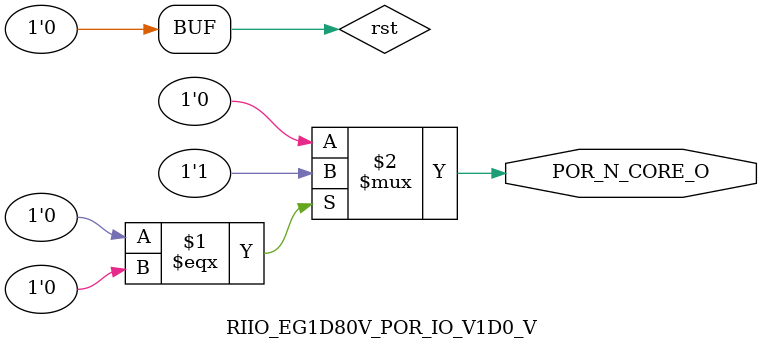
<source format=v>
`timescale 1ns/10ps
`celldefine
module RIIO_EG1D80V_POR_IO_V1D0_V(
	
		  POR_N_CORE_O
	
`ifdef USE_PG_PIN
		, VDDIO
		, VSSIO
		, VDD
		, VSS
		, VDDIO_POR
		, VSSIO_POR
		, VDD_POR
		, VSS_POR
`endif// USE_PG_PIN
);

	
	//outputs
output
`ifdef USE_AMS_EXTENSION
`ifdef INCA
    (* integer supplySensitivity = "VDD_POR";
	   integer groundSensitivity = "VSS_POR"; *)
`endif//INCA
`endif//USE_AMS_EXTENSION
  POR_N_CORE_O;



`ifdef USE_PG_PIN
	// supply
inout 
`ifdef USE_AMS_EXTENSION
`ifdef INCA
    (* integer inh_conn_prop_name = "vddio";
       integer inh_conn_def_value = "cds_globals.\\VDDIO! "; *)
`endif//INCA
`endif//USE_AMS_EXTENSION
  VDDIO;
inout 
`ifdef USE_AMS_EXTENSION
`ifdef INCA
    (* integer inh_conn_prop_name = "vssio";
       integer inh_conn_def_value = "cds_globals.\\VSSIO! "; *)
`endif//INCA
`endif//USE_AMS_EXTENSION
  VSSIO;
inout 
`ifdef USE_AMS_EXTENSION
`ifdef INCA
    (* integer inh_conn_prop_name = "vdd";
       integer inh_conn_def_value = "cds_globals.\\VDD! "; *)
`endif//INCA
`endif//USE_AMS_EXTENSION
  VDD;
inout 
`ifdef USE_AMS_EXTENSION
`ifdef INCA
    (* integer inh_conn_prop_name = "vss";
       integer inh_conn_def_value = "cds_globals.\\VSS! "; *)
`endif//INCA
`endif//USE_AMS_EXTENSION
  VSS;
  
inout 
`ifdef USE_AMS_EXTENSION
`ifdef INCA
    (* integer inh_conn_prop_name = "vddio_por";
       integer inh_conn_def_value = "cds_globals.\\VDDIO_POR! "; *)
`endif//INCA
`endif//USE_AMS_EXTENSION
  VDDIO_POR;
inout 
`ifdef USE_AMS_EXTENSION
`ifdef INCA
    (* integer inh_conn_prop_name = "vssio_por";
       integer inh_conn_def_value = "cds_globals.\\VSSIO_POR! "; *)
`endif//INCA
`endif//USE_AMS_EXTENSION
  VSSIO_POR;
inout 
`ifdef USE_AMS_EXTENSION
`ifdef INCA
    (* integer inh_conn_prop_name = "vdd_por";
       integer inh_conn_def_value = "cds_globals.\\VDD_POR! "; *)
`endif//INCA
`endif//USE_AMS_EXTENSION
  VDD_POR;
inout 
`ifdef USE_AMS_EXTENSION
`ifdef INCA
    (* integer inh_conn_prop_name = "vss_por";
       integer inh_conn_def_value = "cds_globals.\\VSS_POR! "; *)
`endif//INCA
`endif//USE_AMS_EXTENSION
  VSS_POR;
  
`endif// USE_PG_PIN


//////////////////////////////////////////////////////////
//MODEL
//////////////////////////////////////////////////////////

parameter DELAY = 20;

wire rst;
assign #(DELAY) rst = 1'b0;

assign POR_N_CORE_O = (rst===1'b0) ? 1'b1 : 1'b0;

endmodule
`endcelldefine

</source>
